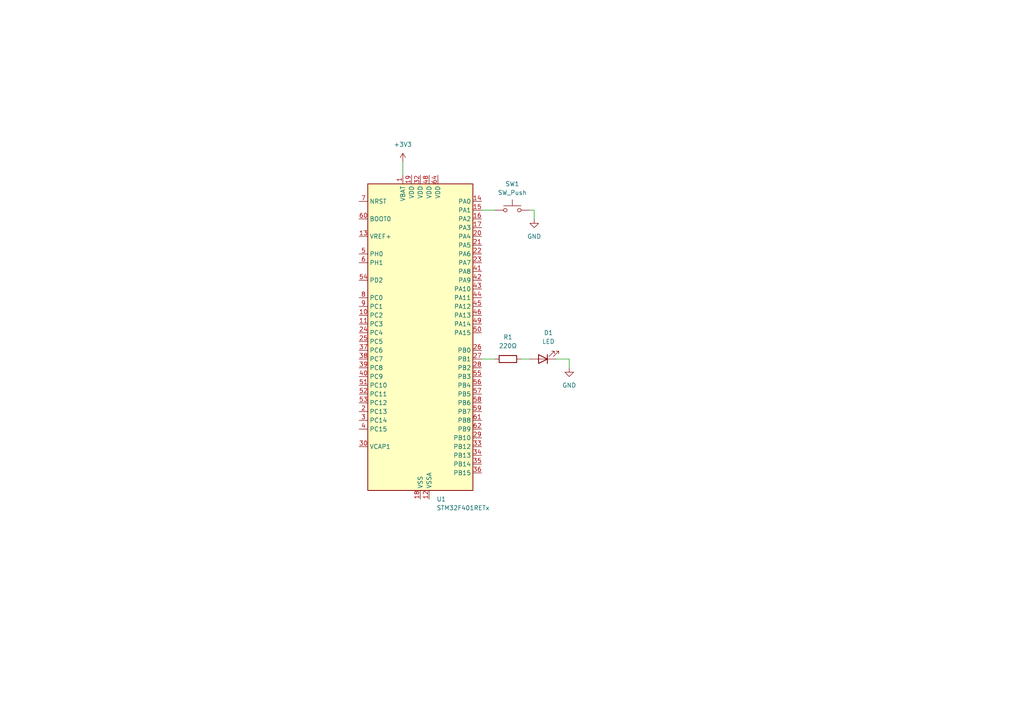
<source format=kicad_sch>
(kicad_sch (version 20250114) (generator "eeschema") (generator_version "9.0")
  (paper "A4")
  (lib_symbols
    (symbol "Device:LED" (pin_numbers (hide yes)) (pin_names (offset 1.016) (hide yes))
      (property "Reference" "D" (at 0 2.54 0))
      (property "Value" "LED" (at 0 -2.54 0))
      (symbol "LED_0_1"
        (polyline (pts (xy -3.048 -0.762) (xy -4.572 -2.286) (xy -3.81 -2.286) (xy -4.572 -2.286) (xy -4.572 -1.524)))
        (polyline (pts (xy -1.778 -0.762) (xy -3.302 -2.286) (xy -2.54 -2.286) (xy -3.302 -2.286) (xy -3.302 -1.524)))
        (polyline (pts (xy -1.27 0) (xy 1.27 0)))
        (polyline (pts (xy -1.27 -1.27) (xy -1.27 1.27)) (stroke (width 0.254)))
        (polyline (pts (xy 1.27 -1.27) (xy 1.27 1.27) (xy -1.27 0) (xy 1.27 -1.27)) (stroke (width 0.254)))
      )
      (symbol "LED_1_1"
        (pin passive line (at -3.81 0 0) (length 2.54) (name "K") (number "1"))
        (pin passive line (at 3.81 0 180) (length 2.54) (name "A") (number "2"))
      )
    )
    (symbol "Device:R" (pin_numbers (hide yes)) (pin_names (offset 0))
      (property "Reference" "R" (at 2.032 0 90))
      (property "Value" "R" (at 0 0 90))
      (symbol "R_0_1"
        (rectangle (start -1.016 -2.54) (end 1.016 2.54) (stroke (width 0.254)))
      )
      (symbol "R_1_1"
        (pin passive line (at 0 3.81 270) (length 1.27) (name "~") (number "1"))
        (pin passive line (at 0 -3.81 90) (length 1.27) (name "~") (number "2"))
      )
    )
    (symbol "MCU_ST_STM32F4:STM32F401RETx"
      (property "Reference" "U" (at -15.24 46.99 0))
      (property "Value" "STM32F401RETx" (at 7.62 46.99 0))
      (symbol "STM32F401RETx_0_1"
        (rectangle (start -15.24 -43.18) (end 15.24 45.72) (stroke (width 0.254)) (fill (type background)))
      )
      (symbol "STM32F401RETx_1_1"
        (pin input line (at -17.78 40.64 0) (length 2.54) (name "NRST") (number "7"))
        (pin input line (at -17.78 35.56 0) (length 2.54) (name "BOOT0") (number "60"))
        (pin input line (at -17.78 30.48 0) (length 2.54) (name "VREF+") (number "13"))
        (pin bidirectional line (at -17.78 25.4 0) (length 2.54) (name "PH0") (number "5"))
        (pin bidirectional line (at -17.78 22.86 0) (length 2.54) (name "PH1") (number "6"))
        (pin bidirectional line (at -17.78 17.78 0) (length 2.54) (name "PD2") (number "54"))
        (pin bidirectional line (at -17.78 12.7 0) (length 2.54) (name "PC0") (number "8"))
        (pin bidirectional line (at -17.78 10.16 0) (length 2.54) (name "PC1") (number "9"))
        (pin bidirectional line (at -17.78 7.62 0) (length 2.54) (name "PC2") (number "10"))
        (pin bidirectional line (at -17.78 5.08 0) (length 2.54) (name "PC3") (number "11"))
        (pin bidirectional line (at -17.78 2.54 0) (length 2.54) (name "PC4") (number "24"))
        (pin bidirectional line (at -17.78 0 0) (length 2.54) (name "PC5") (number "25"))
        (pin bidirectional line (at -17.78 -2.54 0) (length 2.54) (name "PC6") (number "37"))
        (pin bidirectional line (at -17.78 -5.08 0) (length 2.54) (name "PC7") (number "38"))
        (pin bidirectional line (at -17.78 -7.62 0) (length 2.54) (name "PC8") (number "39"))
        (pin bidirectional line (at -17.78 -10.16 0) (length 2.54) (name "PC9") (number "40"))
        (pin bidirectional line (at -17.78 -12.7 0) (length 2.54) (name "PC10") (number "51"))
        (pin bidirectional line (at -17.78 -15.24 0) (length 2.54) (name "PC11") (number "52"))
        (pin bidirectional line (at -17.78 -17.78 0) (length 2.54) (name "PC12") (number "53"))
        (pin bidirectional line (at -17.78 -20.32 0) (length 2.54) (name "PC13") (number "2"))
        (pin bidirectional line (at -17.78 -22.86 0) (length 2.54) (name "PC14") (number "3"))
        (pin bidirectional line (at -17.78 -25.4 0) (length 2.54) (name "PC15") (number "4"))
        (pin power_out line (at -17.78 -30.48 0) (length 2.54) (name "VCAP1") (number "30"))
        (pin power_in line (at -5.08 48.26 270) (length 2.54) (name "VBAT") (number "1"))
        (pin power_in line (at -2.54 48.26 270) (length 2.54) (name "VDD") (number "19"))
        (pin power_in line (at 0 48.26 270) (length 2.54) (name "VDD") (number "32"))
        (pin power_in line (at 0 -45.72 90) (length 2.54) (name "VSS") (number "18"))
        (pin passive line (at 0 -45.72 90) (length 2.54) (hide yes) (name "VSS") (number "31"))
        (pin passive line (at 0 -45.72 90) (length 2.54) (hide yes) (name "VSS") (number "47"))
        (pin passive line (at 0 -45.72 90) (length 2.54) (hide yes) (name "VSS") (number "63"))
        (pin power_in line (at 2.54 48.26 270) (length 2.54) (name "VDD") (number "48"))
        (pin power_in line (at 2.54 -45.72 90) (length 2.54) (name "VSSA") (number "12"))
        (pin power_in line (at 5.08 48.26 270) (length 2.54) (name "VDD") (number "64"))
        (pin bidirectional line (at 17.78 40.64 180) (length 2.54) (name "PA0") (number "14"))
        (pin bidirectional line (at 17.78 38.1 180) (length 2.54) (name "PA1") (number "15"))
        (pin bidirectional line (at 17.78 35.56 180) (length 2.54) (name "PA2") (number "16"))
        (pin bidirectional line (at 17.78 33.02 180) (length 2.54) (name "PA3") (number "17"))
        (pin bidirectional line (at 17.78 30.48 180) (length 2.54) (name "PA4") (number "20"))
        (pin bidirectional line (at 17.78 27.94 180) (length 2.54) (name "PA5") (number "21"))
        (pin bidirectional line (at 17.78 25.4 180) (length 2.54) (name "PA6") (number "22"))
        (pin bidirectional line (at 17.78 22.86 180) (length 2.54) (name "PA7") (number "23"))
        (pin bidirectional line (at 17.78 20.32 180) (length 2.54) (name "PA8") (number "41"))
        (pin bidirectional line (at 17.78 17.78 180) (length 2.54) (name "PA9") (number "42"))
        (pin bidirectional line (at 17.78 15.24 180) (length 2.54) (name "PA10") (number "43"))
        (pin bidirectional line (at 17.78 12.7 180) (length 2.54) (name "PA11") (number "44"))
        (pin bidirectional line (at 17.78 10.16 180) (length 2.54) (name "PA12") (number "45"))
        (pin bidirectional line (at 17.78 7.62 180) (length 2.54) (name "PA13") (number "46"))
        (pin bidirectional line (at 17.78 5.08 180) (length 2.54) (name "PA14") (number "49"))
        (pin bidirectional line (at 17.78 2.54 180) (length 2.54) (name "PA15") (number "50"))
        (pin bidirectional line (at 17.78 -2.54 180) (length 2.54) (name "PB0") (number "26"))
        (pin bidirectional line (at 17.78 -5.08 180) (length 2.54) (name "PB1") (number "27"))
        (pin bidirectional line (at 17.78 -7.62 180) (length 2.54) (name "PB2") (number "28"))
        (pin bidirectional line (at 17.78 -10.16 180) (length 2.54) (name "PB3") (number "55"))
        (pin bidirectional line (at 17.78 -12.7 180) (length 2.54) (name "PB4") (number "56"))
        (pin bidirectional line (at 17.78 -15.24 180) (length 2.54) (name "PB5") (number "57"))
        (pin bidirectional line (at 17.78 -17.78 180) (length 2.54) (name "PB6") (number "58"))
        (pin bidirectional line (at 17.78 -20.32 180) (length 2.54) (name "PB7") (number "59"))
        (pin bidirectional line (at 17.78 -22.86 180) (length 2.54) (name "PB8") (number "61"))
        (pin bidirectional line (at 17.78 -25.4 180) (length 2.54) (name "PB9") (number "62"))
        (pin bidirectional line (at 17.78 -27.94 180) (length 2.54) (name "PB10") (number "29"))
        (pin bidirectional line (at 17.78 -30.48 180) (length 2.54) (name "PB12") (number "33"))
        (pin bidirectional line (at 17.78 -33.02 180) (length 2.54) (name "PB13") (number "34"))
        (pin bidirectional line (at 17.78 -35.56 180) (length 2.54) (name "PB14") (number "35"))
        (pin bidirectional line (at 17.78 -38.1 180) (length 2.54) (name "PB15") (number "36"))
      )
    )
    (symbol "Switch:SW_Push" (pin_numbers (hide yes)) (pin_names (offset 1.016) (hide yes))
      (property "Reference" "SW" (at 1.27 2.54 0))
      (property "Value" "SW_Push" (at 0 -1.524 0))
      (symbol "SW_Push_0_1"
        (circle (center -2.032 0) (radius 0.508))
        (polyline (pts (xy 0 1.27) (xy 0 3.048)))
        (circle (center 2.032 0) (radius 0.508))
        (polyline (pts (xy 2.54 1.27) (xy -2.54 1.27)))
        (pin passive line (at -5.08 0 0) (length 2.54) (name "1") (number "1"))
        (pin passive line (at 5.08 0 180) (length 2.54) (name "2") (number "2"))
      )
    )
    (symbol "power:+3V3" (power) (pin_numbers (hide yes)) (pin_names (offset 0) (hide yes))
      (property "Value" "+3V3" (at 0 3.556 0))
      (symbol "+3V3_0_1"
        (polyline (pts (xy -0.762 1.27) (xy 0 2.54)))
        (polyline (pts (xy 0 2.54) (xy 0.762 1.27)))
        (polyline (pts (xy 0 0) (xy 0 2.54)))
      )
      (symbol "+3V3_1_1"
        (pin power_in line (at 0 0 90) (length 0) (name "~") (number "1"))
      )
    )
    (symbol "power:GND" (power) (pin_numbers (hide yes)) (pin_names (offset 0) (hide yes))
      (property "Value" "GND" (at 0 -3.81 0))
      (symbol "GND_0_1"
        (polyline (pts (xy 0 0) (xy 0 -1.27) (xy 1.27 -1.27) (xy 0 -2.54) (xy -1.27 -1.27) (xy 0 -1.27)))
      )
      (symbol "GND_1_1"
        (pin power_in line (at 0 0 270) (length 0) (name "~") (number "1"))
      )
    )
  )
  (wire (pts (xy 165.1 106.68) (xy 165.1 104.14)))
  (wire (pts (xy 165.1 104.14) (xy 161.29 104.14)))
  (wire (pts (xy 153.67 104.14) (xy 151.13 104.14)))
  (wire (pts (xy 143.51 104.14) (xy 139.7 104.14)))
  (wire (pts (xy 154.94 63.5) (xy 154.94 60.96)))
  (wire (pts (xy 154.94 60.96) (xy 153.67 60.96)))
  (wire (pts (xy 143.51 60.96) (xy 139.7 60.96)))
  (wire (pts (xy 116.84 46.99) (xy 116.84 50.8)))
  (symbol (lib_id "MCU_ST_STM32F4:STM32F401RETx") (at 121.92 99.06 0) (unit 1)
    (property "Reference" "U1" (at 126.6033 144.78 0) (effects (justify left)))
    (property "Value" "STM32F401RETx" (at 126.6033 147.32 0) (effects (justify left)))
    (property "Footprint" "Package_QFP:LQFP-64_10x10mm_P0.5mm" (effects (hide yes)))
    (property "Datasheet" "https://www.st.com/resource/en/datasheet/stm32f401re.pdf" (effects (hide yes)))
    (property "Description" "STMicroelectronics Arm Cortex-M4 MCU, 512KB flash, 96KB RAM, 84 MHz, 1.7-3.6V, 50 GPIO, LQFP64" (effects (hide yes)))
  )
  (symbol (lib_id "Device:LED") (at 157.48 104.14 180) (unit 1)
    (property "Reference" "D1" (at 159.0675 96.52 0))
    (property "Value" "LED" (at 159.0675 99.06 0))
    (property "Description" "Light emitting diode" (effects (hide yes)))
    (property "Sim.Pins" "1=K 2=A" (effects (hide yes)))
  )
  (symbol (lib_id "power:+3V3") (at 116.84 46.99 0) (unit 1)
    (property "Reference" "#PWR02" (effects (hide yes)))
    (property "Value" "+3V3" (at 116.84 41.91 0))
    (property "Description" "Power symbol creates a global label with name \"+3V3\"" (effects (hide yes)))
  )
  (symbol (lib_id "Device:R") (at 147.32 104.14 90) (unit 1)
    (property "Reference" "R1" (at 147.32 97.79 90))
    (property "Value" "220Ω" (at 147.32 100.33 90))
    (property "Description" "Resistor" (effects (hide yes)))
  )
  (symbol (lib_id "power:GND") (at 154.94 63.5 0) (unit 1)
    (property "Reference" "#PWR01" (effects (hide yes)))
    (property "Value" "GND" (at 154.94 68.58 0))
    (property "Description" "Power symbol creates a global label with name \"GND\" , ground" (effects (hide yes)))
  )
  (symbol (lib_id "Switch:SW_Push") (at 148.59 60.96 0) (unit 1)
    (property "Reference" "SW1" (at 148.59 53.34 0))
    (property "Value" "SW_Push" (at 148.59 55.88 0))
    (property "Description" "Push button switch, generic, two pins" (effects (hide yes)))
  )
  (symbol (lib_id "power:GND") (at 165.1 106.68 0) (unit 1)
    (property "Reference" "#PWR03" (effects (hide yes)))
    (property "Value" "GND" (at 165.1 111.76 0))
    (property "Description" "Power symbol creates a global label with name \"GND\" , ground" (effects (hide yes)))
  )
)
</source>
